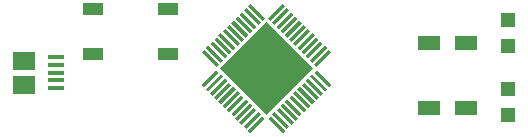
<source format=gtp>
%TF.GenerationSoftware,KiCad,Pcbnew,4.0.7*%
%TF.CreationDate,2017-10-16T02:09:04+08:00*%
%TF.ProjectId,STM32F401CCT6,53544D333246343031434354362E6B69,rev?*%
%TF.FileFunction,Paste,Top*%
%FSLAX46Y46*%
G04 Gerber Fmt 4.6, Leading zero omitted, Abs format (unit mm)*
G04 Created by KiCad (PCBNEW 4.0.7) date 10/16/17 02:09:04*
%MOMM*%
%LPD*%
G01*
G04 APERTURE LIST*
%ADD10C,0.100000*%
%ADD11R,1.900000X1.500000*%
%ADD12R,1.350000X0.400000*%
%ADD13R,1.700000X1.000000*%
%ADD14R,1.200000X1.200000*%
%ADD15R,1.900000X1.300000*%
G04 APERTURE END LIST*
D10*
D11*
X-48026000Y6560000D03*
D12*
X-45326000Y8210000D03*
X-45326000Y8860000D03*
X-45326000Y6260000D03*
X-45326000Y6910000D03*
X-45326000Y7560000D03*
D11*
X-48026000Y8560000D03*
D13*
X-42130000Y12920000D03*
X-35830000Y12920000D03*
X-42130000Y9120000D03*
X-35830000Y9120000D03*
D10*
G36*
X-27476866Y11884431D02*
X-23517068Y7924633D01*
X-27476866Y3964835D01*
X-31436664Y7924633D01*
X-27476866Y11884431D01*
X-27476866Y11884431D01*
G37*
G36*
X-23234225Y7783211D02*
X-21996789Y6545775D01*
X-22208921Y6333643D01*
X-23446357Y7571079D01*
X-23234225Y7783211D01*
X-23234225Y7783211D01*
G37*
G36*
X-23587778Y7429658D02*
X-22350342Y6192222D01*
X-22562474Y5980090D01*
X-23799910Y7217526D01*
X-23587778Y7429658D01*
X-23587778Y7429658D01*
G37*
G36*
X-23941332Y7076104D02*
X-22703896Y5838668D01*
X-22916028Y5626536D01*
X-24153464Y6863972D01*
X-23941332Y7076104D01*
X-23941332Y7076104D01*
G37*
G36*
X-24294885Y6722551D02*
X-23057449Y5485115D01*
X-23269581Y5272983D01*
X-24507017Y6510419D01*
X-24294885Y6722551D01*
X-24294885Y6722551D01*
G37*
G36*
X-24648438Y6368998D02*
X-23411002Y5131562D01*
X-23623134Y4919430D01*
X-24860570Y6156866D01*
X-24648438Y6368998D01*
X-24648438Y6368998D01*
G37*
G36*
X-23976688Y4565876D02*
X-25214124Y5803312D01*
X-25001992Y6015444D01*
X-23764556Y4778008D01*
X-23976688Y4565876D01*
X-23976688Y4565876D01*
G37*
G36*
X-25355545Y5661891D02*
X-24118109Y4424455D01*
X-24330241Y4212323D01*
X-25567677Y5449759D01*
X-25355545Y5661891D01*
X-25355545Y5661891D01*
G37*
G36*
X-25709099Y5308337D02*
X-24471663Y4070901D01*
X-24683795Y3858769D01*
X-25921231Y5096205D01*
X-25709099Y5308337D01*
X-25709099Y5308337D01*
G37*
G36*
X-26062652Y4954784D02*
X-24825216Y3717348D01*
X-25037348Y3505216D01*
X-26274784Y4742652D01*
X-26062652Y4954784D01*
X-26062652Y4954784D01*
G37*
G36*
X-26416205Y4601231D02*
X-25178769Y3363795D01*
X-25390901Y3151663D01*
X-26628337Y4389099D01*
X-26416205Y4601231D01*
X-26416205Y4601231D01*
G37*
G36*
X-26769759Y4247677D02*
X-25532323Y3010241D01*
X-25744455Y2798109D01*
X-26981891Y4035545D01*
X-26769759Y4247677D01*
X-26769759Y4247677D01*
G37*
G36*
X-27123312Y3894124D02*
X-25885876Y2656688D01*
X-26098008Y2444556D01*
X-27335444Y3681992D01*
X-27123312Y3894124D01*
X-27123312Y3894124D01*
G37*
G36*
X-25567677Y10399507D02*
X-24330241Y11636943D01*
X-24118109Y11424811D01*
X-25355545Y10187375D01*
X-25567677Y10399507D01*
X-25567677Y10399507D01*
G37*
G36*
X-25214124Y10045954D02*
X-23976688Y11283390D01*
X-23764556Y11071258D01*
X-25001992Y9833822D01*
X-25214124Y10045954D01*
X-25214124Y10045954D01*
G37*
G36*
X-24860570Y9692400D02*
X-23623134Y10929836D01*
X-23411002Y10717704D01*
X-24648438Y9480268D01*
X-24860570Y9692400D01*
X-24860570Y9692400D01*
G37*
G36*
X-24507017Y9338847D02*
X-23269581Y10576283D01*
X-23057449Y10364151D01*
X-24294885Y9126715D01*
X-24507017Y9338847D01*
X-24507017Y9338847D01*
G37*
G36*
X-24153464Y8985294D02*
X-22916028Y10222730D01*
X-22703896Y10010598D01*
X-23941332Y8773162D01*
X-24153464Y8985294D01*
X-24153464Y8985294D01*
G37*
G36*
X-23799910Y8631740D02*
X-22562474Y9869176D01*
X-22350342Y9657044D01*
X-23587778Y8419608D01*
X-23799910Y8631740D01*
X-23799910Y8631740D01*
G37*
G36*
X-25921231Y10753061D02*
X-24683795Y11990497D01*
X-24471663Y11778365D01*
X-25709099Y10540929D01*
X-25921231Y10753061D01*
X-25921231Y10753061D01*
G37*
G36*
X-23446357Y8278187D02*
X-22208921Y9515623D01*
X-21996789Y9303491D01*
X-23234225Y8066055D01*
X-23446357Y8278187D01*
X-23446357Y8278187D01*
G37*
G36*
X-26274784Y11106614D02*
X-25037348Y12344050D01*
X-24825216Y12131918D01*
X-26062652Y10894482D01*
X-26274784Y11106614D01*
X-26274784Y11106614D01*
G37*
G36*
X-26628337Y11460167D02*
X-25390901Y12697603D01*
X-25178769Y12485471D01*
X-26416205Y11248035D01*
X-26628337Y11460167D01*
X-26628337Y11460167D01*
G37*
G36*
X-26981891Y11813721D02*
X-25744455Y13051157D01*
X-25532323Y12839025D01*
X-26769759Y11601589D01*
X-26981891Y11813721D01*
X-26981891Y11813721D01*
G37*
G36*
X-27335444Y12167274D02*
X-26098008Y13404710D01*
X-25885876Y13192578D01*
X-27123312Y11955142D01*
X-27335444Y12167274D01*
X-27335444Y12167274D01*
G37*
G36*
X-30977044Y11283390D02*
X-29739608Y10045954D01*
X-29951740Y9833822D01*
X-31189176Y11071258D01*
X-30977044Y11283390D01*
X-30977044Y11283390D01*
G37*
G36*
X-30623491Y11636943D02*
X-29386055Y10399507D01*
X-29598187Y10187375D01*
X-30835623Y11424811D01*
X-30623491Y11636943D01*
X-30623491Y11636943D01*
G37*
G36*
X-30269937Y11990497D02*
X-29032501Y10753061D01*
X-29244633Y10540929D01*
X-30482069Y11778365D01*
X-30269937Y11990497D01*
X-30269937Y11990497D01*
G37*
G36*
X-29916384Y12344050D02*
X-28678948Y11106614D01*
X-28891080Y10894482D01*
X-30128516Y12131918D01*
X-29916384Y12344050D01*
X-29916384Y12344050D01*
G37*
G36*
X-29562831Y12697603D02*
X-28325395Y11460167D01*
X-28537527Y11248035D01*
X-29774963Y12485471D01*
X-29562831Y12697603D01*
X-29562831Y12697603D01*
G37*
G36*
X-29209277Y13051157D02*
X-27971841Y11813721D01*
X-28183973Y11601589D01*
X-29421409Y12839025D01*
X-29209277Y13051157D01*
X-29209277Y13051157D01*
G37*
G36*
X-28855724Y13404710D02*
X-27618288Y12167274D01*
X-27830420Y11955142D01*
X-29067856Y13192578D01*
X-28855724Y13404710D01*
X-28855724Y13404710D01*
G37*
G36*
X-31330598Y10929836D02*
X-30093162Y9692400D01*
X-30305294Y9480268D01*
X-31542730Y10717704D01*
X-31330598Y10929836D01*
X-31330598Y10929836D01*
G37*
G36*
X-31684151Y10576283D02*
X-30446715Y9338847D01*
X-30658847Y9126715D01*
X-31896283Y10364151D01*
X-31684151Y10576283D01*
X-31684151Y10576283D01*
G37*
G36*
X-32037704Y10222730D02*
X-30800268Y8985294D01*
X-31012400Y8773162D01*
X-32249836Y10010598D01*
X-32037704Y10222730D01*
X-32037704Y10222730D01*
G37*
G36*
X-32391258Y9869176D02*
X-31153822Y8631740D01*
X-31365954Y8419608D01*
X-32603390Y9657044D01*
X-32391258Y9869176D01*
X-32391258Y9869176D01*
G37*
G36*
X-32744811Y9515623D02*
X-31507375Y8278187D01*
X-31719507Y8066055D01*
X-32956943Y9303491D01*
X-32744811Y9515623D01*
X-32744811Y9515623D01*
G37*
G36*
X-30835623Y4424455D02*
X-29598187Y5661891D01*
X-29386055Y5449759D01*
X-30623491Y4212323D01*
X-30835623Y4424455D01*
X-30835623Y4424455D01*
G37*
G36*
X-31189176Y4778008D02*
X-29951740Y6015444D01*
X-29739608Y5803312D01*
X-30977044Y4565876D01*
X-31189176Y4778008D01*
X-31189176Y4778008D01*
G37*
G36*
X-30482069Y4070901D02*
X-29244633Y5308337D01*
X-29032501Y5096205D01*
X-30269937Y3858769D01*
X-30482069Y4070901D01*
X-30482069Y4070901D01*
G37*
G36*
X-30128516Y3717348D02*
X-28891080Y4954784D01*
X-28678948Y4742652D01*
X-29916384Y3505216D01*
X-30128516Y3717348D01*
X-30128516Y3717348D01*
G37*
G36*
X-29774963Y3363795D02*
X-28537527Y4601231D01*
X-28325395Y4389099D01*
X-29562831Y3151663D01*
X-29774963Y3363795D01*
X-29774963Y3363795D01*
G37*
G36*
X-29421409Y3010241D02*
X-28183973Y4247677D01*
X-27971841Y4035545D01*
X-29209277Y2798109D01*
X-29421409Y3010241D01*
X-29421409Y3010241D01*
G37*
G36*
X-29067856Y2656688D02*
X-27830420Y3894124D01*
X-27618288Y3681992D01*
X-28855724Y2444556D01*
X-29067856Y2656688D01*
X-29067856Y2656688D01*
G37*
G36*
X-31542730Y5131562D02*
X-30305294Y6368998D01*
X-30093162Y6156866D01*
X-31330598Y4919430D01*
X-31542730Y5131562D01*
X-31542730Y5131562D01*
G37*
G36*
X-31896283Y5485115D02*
X-30658847Y6722551D01*
X-30446715Y6510419D01*
X-31684151Y5272983D01*
X-31896283Y5485115D01*
X-31896283Y5485115D01*
G37*
G36*
X-32249836Y5838668D02*
X-31012400Y7076104D01*
X-30800268Y6863972D01*
X-32037704Y5626536D01*
X-32249836Y5838668D01*
X-32249836Y5838668D01*
G37*
G36*
X-32603390Y6192222D02*
X-31365954Y7429658D01*
X-31153822Y7217526D01*
X-32391258Y5980090D01*
X-32603390Y6192222D01*
X-32603390Y6192222D01*
G37*
G36*
X-32956943Y6545775D02*
X-31719507Y7783211D01*
X-31507375Y7571079D01*
X-32744811Y6333643D01*
X-32956943Y6545775D01*
X-32956943Y6545775D01*
G37*
D14*
X-6990000Y12060000D03*
X-6990000Y9860000D03*
X-6990000Y6220000D03*
X-6990000Y4020000D03*
D15*
X-10560000Y4590000D03*
X-10560000Y10090000D03*
X-13760000Y10090000D03*
X-13760000Y4590000D03*
M02*

</source>
